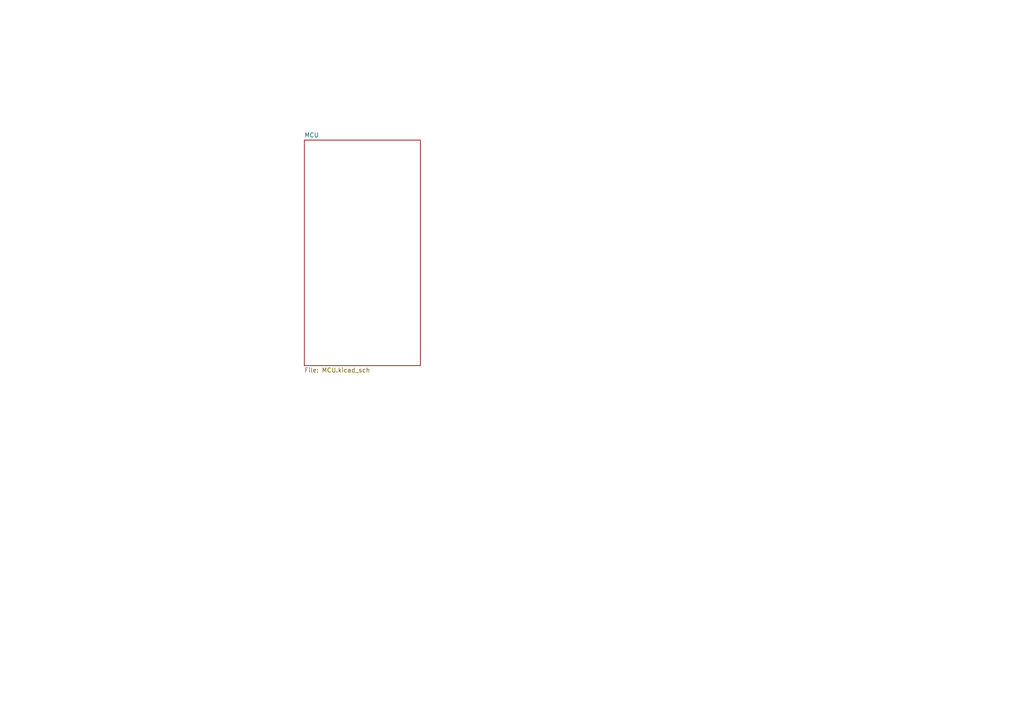
<source format=kicad_sch>
(kicad_sch (version 20211123) (generator eeschema)
  (paper "A4")
  (lib_symbols)
  (sheet (at 88.265 40.64) (size 33.655 65.405) (stroke (width 0.1524))
    (property "Sheet name" "MCU" (at 88.265 39.9284 0) (effects (justify left bottom)))
    (property "Sheet file" "MCU.kicad_sch" (at 88.265 106.6296 0) (effects (justify left top)))
  )
)
</source>
